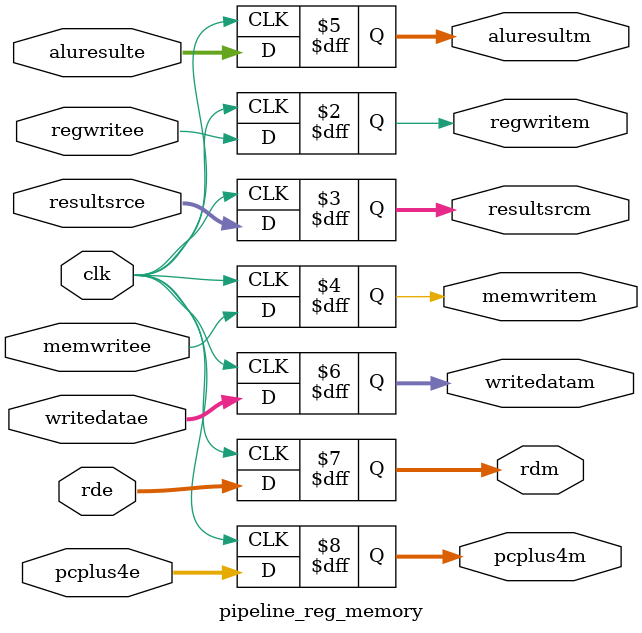
<source format=sv>
module pipeline_reg_memory # (
    parameter DATA_WIDTH = 32,
              REG_FILE_ADDR_WIDTH = 5
)(
    input logic clk,

    // control path input
    input logic       regwritee,
    input logic [1:0] resultsrce,
    input logic       memwritee,

    // data path input
    input logic [DATA_WIDTH-1:0]          aluresulte,
    input logic [DATA_WIDTH-1:0]          writedatae,
    input logic [REG_FILE_ADDR_WIDTH-1:0] rde,
    input logic [DATA_WIDTH-1:0]          pcplus4e,

    // control path output
    output logic       regwritem,
    output logic [1:0] resultsrcm,
    output logic       memwritem,

    // data path output
    output logic [DATA_WIDTH-1:0]          aluresultm,
    output logic [DATA_WIDTH-1:0]          writedatam,
    output logic [REG_FILE_ADDR_WIDTH-1:0] rdm,
    output logic [DATA_WIDTH-1:0]          pcplus4m 
);

always_ff @(posedge clk) begin
    regwritem  <= regwritee;
    resultsrcm <= resultsrce;
    memwritem  <= memwritee;
    
    aluresultm <= aluresulte;
    writedatam <= writedatae;
    rdm        <= rde;
    pcplus4m   <= pcplus4e;
end

endmodule

</source>
